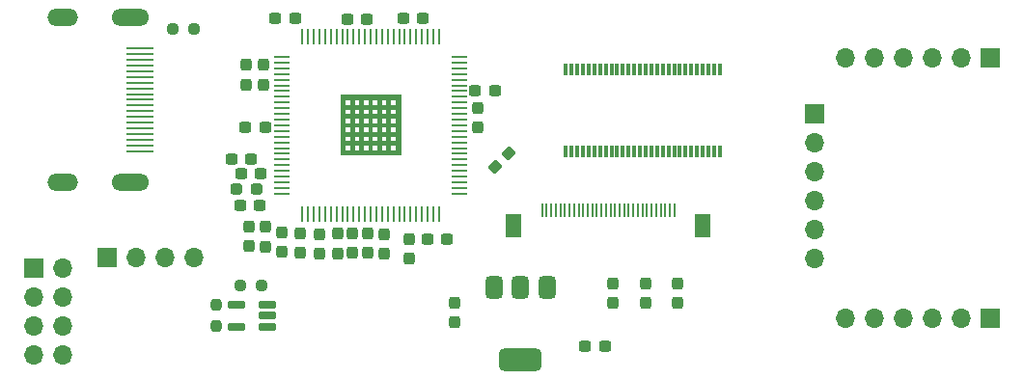
<source format=gts>
G04 #@! TF.GenerationSoftware,KiCad,Pcbnew,8.0.6*
G04 #@! TF.CreationDate,2024-12-27T23:55:02+01:00*
G04 #@! TF.ProjectId,koyomi-hdmi-lvds,6b6f796f-6d69-42d6-9864-6d692d6c7664,rev?*
G04 #@! TF.SameCoordinates,Original*
G04 #@! TF.FileFunction,Soldermask,Top*
G04 #@! TF.FilePolarity,Negative*
%FSLAX46Y46*%
G04 Gerber Fmt 4.6, Leading zero omitted, Abs format (unit mm)*
G04 Created by KiCad (PCBNEW 8.0.6) date 2024-12-27 23:55:02*
%MOMM*%
%LPD*%
G01*
G04 APERTURE LIST*
G04 Aperture macros list*
%AMRoundRect*
0 Rectangle with rounded corners*
0 $1 Rounding radius*
0 $2 $3 $4 $5 $6 $7 $8 $9 X,Y pos of 4 corners*
0 Add a 4 corners polygon primitive as box body*
4,1,4,$2,$3,$4,$5,$6,$7,$8,$9,$2,$3,0*
0 Add four circle primitives for the rounded corners*
1,1,$1+$1,$2,$3*
1,1,$1+$1,$4,$5*
1,1,$1+$1,$6,$7*
1,1,$1+$1,$8,$9*
0 Add four rect primitives between the rounded corners*
20,1,$1+$1,$2,$3,$4,$5,0*
20,1,$1+$1,$4,$5,$6,$7,0*
20,1,$1+$1,$6,$7,$8,$9,0*
20,1,$1+$1,$8,$9,$2,$3,0*%
G04 Aperture macros list end*
%ADD10C,0.000000*%
%ADD11R,1.700000X1.700000*%
%ADD12O,1.700000X1.700000*%
%ADD13RoundRect,0.237500X0.300000X0.237500X-0.300000X0.237500X-0.300000X-0.237500X0.300000X-0.237500X0*%
%ADD14O,2.400000X0.250000*%
%ADD15O,3.300000X1.500000*%
%ADD16O,2.700000X1.500000*%
%ADD17RoundRect,0.237500X-0.250000X-0.237500X0.250000X-0.237500X0.250000X0.237500X-0.250000X0.237500X0*%
%ADD18RoundRect,0.162500X0.617500X0.162500X-0.617500X0.162500X-0.617500X-0.162500X0.617500X-0.162500X0*%
%ADD19RoundRect,0.237500X-0.237500X0.300000X-0.237500X-0.300000X0.237500X-0.300000X0.237500X0.300000X0*%
%ADD20RoundRect,0.237500X-0.237500X0.250000X-0.237500X-0.250000X0.237500X-0.250000X0.237500X0.250000X0*%
%ADD21RoundRect,0.237500X0.237500X-0.287500X0.237500X0.287500X-0.237500X0.287500X-0.237500X-0.287500X0*%
%ADD22RoundRect,0.237500X0.237500X-0.300000X0.237500X0.300000X-0.237500X0.300000X-0.237500X-0.300000X0*%
%ADD23RoundRect,0.375000X-0.375000X0.625000X-0.375000X-0.625000X0.375000X-0.625000X0.375000X0.625000X0*%
%ADD24RoundRect,0.500000X-1.400000X0.500000X-1.400000X-0.500000X1.400000X-0.500000X1.400000X0.500000X0*%
%ADD25RoundRect,0.237500X-0.300000X-0.237500X0.300000X-0.237500X0.300000X0.237500X-0.300000X0.237500X0*%
%ADD26RoundRect,0.237500X0.250000X0.237500X-0.250000X0.237500X-0.250000X-0.237500X0.250000X-0.237500X0*%
%ADD27R,0.279400X1.353299*%
%ADD28R,1.353299X0.279400*%
%ADD29RoundRect,0.237500X-0.044194X-0.380070X0.380070X0.044194X0.044194X0.380070X-0.380070X-0.044194X0*%
%ADD30RoundRect,0.237500X-0.287500X-0.237500X0.287500X-0.237500X0.287500X0.237500X-0.287500X0.237500X0*%
%ADD31R,0.200000X1.200000*%
%ADD32R,1.400000X2.000000*%
%ADD33RoundRect,0.009000X-0.141000X0.491000X-0.141000X-0.491000X0.141000X-0.491000X0.141000X0.491000X0*%
G04 APERTURE END LIST*
D10*
G36*
X100459448Y-56641499D02*
G01*
X95132448Y-56641499D01*
X95132448Y-56146499D01*
X100459448Y-56146499D01*
X100459448Y-56641499D01*
G37*
G36*
X100459448Y-57428899D02*
G01*
X95132448Y-57428899D01*
X95132448Y-57041499D01*
X100459448Y-57041499D01*
X100459448Y-57428899D01*
G37*
G36*
X100459448Y-58216299D02*
G01*
X95132448Y-58216299D01*
X95132448Y-57828899D01*
X100459448Y-57828899D01*
X100459448Y-58216299D01*
G37*
G36*
X100459448Y-59003699D02*
G01*
X95132448Y-59003699D01*
X95132448Y-58616299D01*
X100459448Y-58616299D01*
X100459448Y-59003699D01*
G37*
G36*
X100459448Y-59791099D02*
G01*
X95132448Y-59791099D01*
X95132448Y-59403699D01*
X100459448Y-59403699D01*
X100459448Y-59791099D01*
G37*
G36*
X100459448Y-60578499D02*
G01*
X95132448Y-60578499D01*
X95132448Y-60191099D01*
X100459448Y-60191099D01*
X100459448Y-60578499D01*
G37*
G36*
X95627448Y-61473499D02*
G01*
X95132448Y-61473499D01*
X95132448Y-56146499D01*
X95627448Y-56146499D01*
X95627448Y-61473499D01*
G37*
G36*
X100459448Y-61473499D02*
G01*
X95132448Y-61473499D01*
X95132448Y-60978499D01*
X100459448Y-60978499D01*
X100459448Y-61473499D01*
G37*
G36*
X96414848Y-61473499D02*
G01*
X96027448Y-61473499D01*
X96027448Y-56146499D01*
X96414848Y-56146499D01*
X96414848Y-61473499D01*
G37*
G36*
X97202248Y-61473499D02*
G01*
X96814848Y-61473499D01*
X96814848Y-56146499D01*
X97202248Y-56146499D01*
X97202248Y-61473499D01*
G37*
G36*
X97989648Y-61473499D02*
G01*
X97602248Y-61473499D01*
X97602248Y-56146499D01*
X97989648Y-56146499D01*
X97989648Y-61473499D01*
G37*
G36*
X98777048Y-61473499D02*
G01*
X98389648Y-61473499D01*
X98389648Y-56146499D01*
X98777048Y-56146499D01*
X98777048Y-61473499D01*
G37*
G36*
X99564448Y-61473499D02*
G01*
X99177048Y-61473499D01*
X99177048Y-56146499D01*
X99564448Y-56146499D01*
X99564448Y-61473499D01*
G37*
G36*
X100459448Y-61473499D02*
G01*
X99964448Y-61473499D01*
X99964448Y-56146499D01*
X100459448Y-56146499D01*
X100459448Y-61473499D01*
G37*
D11*
X68270000Y-71335000D03*
D12*
X70810000Y-71335000D03*
X68270000Y-73875000D03*
X70810000Y-73875000D03*
X68270000Y-76415000D03*
X70810000Y-76415000D03*
X68270000Y-78955000D03*
X70810000Y-78955000D03*
D13*
X88162500Y-63010000D03*
X86437500Y-63010000D03*
D14*
X77550000Y-61070000D03*
X77550000Y-60570000D03*
X77550000Y-60070000D03*
X77550000Y-59570000D03*
X77550000Y-59070000D03*
X77550000Y-58570000D03*
X77550000Y-58070000D03*
X77550000Y-57570000D03*
X77550000Y-57070000D03*
X77550000Y-56570000D03*
X77550000Y-56070000D03*
X77550000Y-55570000D03*
X77550000Y-55070000D03*
X77550000Y-54570000D03*
X77550000Y-54070000D03*
X77550000Y-53570000D03*
X77550000Y-53070000D03*
X77550000Y-52570000D03*
X77550000Y-52070000D03*
D15*
X76710000Y-49320000D03*
D16*
X70750000Y-49320000D03*
D15*
X76710000Y-63820000D03*
D16*
X70750000Y-63820000D03*
D17*
X86397500Y-72907500D03*
X88222500Y-72907500D03*
D18*
X88760000Y-76470000D03*
X88760000Y-75520000D03*
X88760000Y-74570000D03*
X86060000Y-74570000D03*
X86060000Y-76470000D03*
D11*
X74670000Y-70410000D03*
D12*
X77210000Y-70410000D03*
X79750000Y-70410000D03*
X82290000Y-70410000D03*
D19*
X105170000Y-74392500D03*
X105170000Y-76117500D03*
X119020000Y-72660000D03*
X119020000Y-74385000D03*
D20*
X84250000Y-74595000D03*
X84250000Y-76420000D03*
D21*
X99000000Y-70105000D03*
X99000000Y-68355000D03*
X88590000Y-69495000D03*
X88590000Y-67745000D03*
D19*
X91582500Y-68285000D03*
X91582500Y-70010000D03*
X101180000Y-68787500D03*
X101180000Y-70512500D03*
D22*
X107230000Y-58982500D03*
X107230000Y-57257500D03*
D23*
X113250000Y-73072500D03*
X110950000Y-73072500D03*
D24*
X110950000Y-79372500D03*
D23*
X108650000Y-73072500D03*
D19*
X94940000Y-68317500D03*
X94940000Y-70042500D03*
D25*
X102769500Y-68834000D03*
X104494500Y-68834000D03*
D13*
X88050000Y-65880000D03*
X86325000Y-65880000D03*
D26*
X82272500Y-50370000D03*
X80447500Y-50370000D03*
D12*
X136770000Y-67995000D03*
X136770000Y-70535000D03*
X149610000Y-52875000D03*
D11*
X152150000Y-52875000D03*
D12*
X144530000Y-52875000D03*
X141990000Y-52875000D03*
X139450000Y-52875000D03*
X136770000Y-60375000D03*
X136770000Y-62915000D03*
X136770000Y-65455000D03*
X139450000Y-75775000D03*
X141990000Y-75775000D03*
X144530000Y-75775000D03*
X147070000Y-75775000D03*
X149610000Y-75775000D03*
D11*
X152150000Y-75775000D03*
X136770000Y-57835000D03*
D12*
X147070000Y-52875000D03*
D22*
X88392000Y-55218500D03*
X88392000Y-53493500D03*
D25*
X116607500Y-78210000D03*
X118332500Y-78210000D03*
D19*
X90040000Y-68217500D03*
X90040000Y-69942500D03*
X121880000Y-72660000D03*
X121880000Y-74385000D03*
X93330000Y-68367500D03*
X93330000Y-70092500D03*
D27*
X91795947Y-66585947D03*
X92295949Y-66585947D03*
X92795948Y-66585947D03*
X93295947Y-66585947D03*
X93795948Y-66585947D03*
X94295947Y-66585947D03*
X94795949Y-66585947D03*
X95295948Y-66585947D03*
X95795947Y-66585947D03*
X96295948Y-66585947D03*
X96795947Y-66585947D03*
X97295946Y-66585947D03*
X97795948Y-66585947D03*
X98295947Y-66585947D03*
X98795949Y-66585947D03*
X99295948Y-66585947D03*
X99795947Y-66585947D03*
X100295948Y-66585947D03*
X100795947Y-66585947D03*
X101295949Y-66585947D03*
X101795948Y-66585947D03*
X102295947Y-66585947D03*
X102795948Y-66585947D03*
X103295947Y-66585947D03*
X103795949Y-66585947D03*
D28*
X105571896Y-64810000D03*
X105571896Y-64309998D03*
X105571896Y-63809999D03*
X105571896Y-63310000D03*
X105571896Y-62809999D03*
X105571896Y-62310000D03*
X105571896Y-61809998D03*
X105571896Y-61309999D03*
X105571896Y-60810000D03*
X105571896Y-60309999D03*
X105571896Y-59810000D03*
X105571896Y-59309998D03*
X105571896Y-58809999D03*
X105571896Y-58310000D03*
X105571896Y-57809998D03*
X105571896Y-57309999D03*
X105571896Y-56809998D03*
X105571896Y-56309999D03*
X105571896Y-55810000D03*
X105571896Y-55309998D03*
X105571896Y-54809999D03*
X105571896Y-54309998D03*
X105571896Y-53809999D03*
X105571896Y-53310000D03*
X105571896Y-52809998D03*
D27*
X103795949Y-51034051D03*
X103295947Y-51034051D03*
X102795948Y-51034051D03*
X102295949Y-51034051D03*
X101795948Y-51034051D03*
X101295949Y-51034051D03*
X100795947Y-51034051D03*
X100295948Y-51034051D03*
X99795949Y-51034051D03*
X99295948Y-51034051D03*
X98795949Y-51034051D03*
X98295947Y-51034051D03*
X97795948Y-51034051D03*
X97295949Y-51034051D03*
X96795947Y-51034051D03*
X96295948Y-51034051D03*
X95795947Y-51034051D03*
X95295948Y-51034051D03*
X94795949Y-51034051D03*
X94295947Y-51034051D03*
X93795948Y-51034051D03*
X93295947Y-51034051D03*
X92795948Y-51034051D03*
X92295949Y-51034051D03*
X91795947Y-51034051D03*
D28*
X90020000Y-52809998D03*
X90020000Y-53310000D03*
X90020000Y-53809999D03*
X90020000Y-54309998D03*
X90020000Y-54809999D03*
X90020000Y-55309998D03*
X90020000Y-55810000D03*
X90020000Y-56309999D03*
X90020000Y-56809998D03*
X90020000Y-57309999D03*
X90020000Y-57809998D03*
X90020000Y-58310000D03*
X90020000Y-58809999D03*
X90020000Y-59309998D03*
X90020000Y-59810000D03*
X90020000Y-60309999D03*
X90020000Y-60810000D03*
X90020000Y-61309999D03*
X90020000Y-61809998D03*
X90020000Y-62310000D03*
X90020000Y-62809999D03*
X90020000Y-63310000D03*
X90020000Y-63809999D03*
X90020000Y-64309998D03*
X90020000Y-64810000D03*
D19*
X124730000Y-72660000D03*
X124730000Y-74385000D03*
D29*
X108690120Y-62469880D03*
X109909880Y-61250120D03*
D30*
X86055000Y-64440000D03*
X87805000Y-64440000D03*
D19*
X87110000Y-67707500D03*
X87110000Y-69432500D03*
D25*
X106977500Y-55780000D03*
X108702500Y-55780000D03*
D13*
X91172500Y-49420000D03*
X89447500Y-49420000D03*
D21*
X97540000Y-70015000D03*
X97540000Y-68265000D03*
D13*
X87292500Y-61770000D03*
X85567500Y-61770000D03*
D25*
X95758000Y-49530000D03*
X97483000Y-49530000D03*
D22*
X86870000Y-55222500D03*
X86870000Y-53497500D03*
D19*
X96210000Y-68277500D03*
X96210000Y-70002500D03*
D25*
X100637500Y-49400000D03*
X102362500Y-49400000D03*
D13*
X88542500Y-59000000D03*
X86817500Y-59000000D03*
D31*
X112840000Y-66225000D03*
X113240000Y-66225000D03*
X113640000Y-66225000D03*
X114040000Y-66225000D03*
X114440000Y-66225000D03*
X114840000Y-66225000D03*
X115240000Y-66225000D03*
X115640000Y-66225000D03*
X116040000Y-66225000D03*
X116440000Y-66225000D03*
X116840000Y-66225000D03*
X117240000Y-66225000D03*
X117640000Y-66225000D03*
X118040000Y-66225000D03*
X118440000Y-66225000D03*
X118840000Y-66225000D03*
X119240000Y-66225000D03*
X119640000Y-66225000D03*
X120040000Y-66225000D03*
X120440000Y-66225000D03*
X120840000Y-66225000D03*
X121240000Y-66225000D03*
X121640000Y-66225000D03*
X122040000Y-66225000D03*
X122440000Y-66225000D03*
X122840000Y-66225000D03*
X123240000Y-66225000D03*
X123640000Y-66225000D03*
X124040000Y-66225000D03*
X124440000Y-66225000D03*
D32*
X110340000Y-67595000D03*
X126940000Y-67595000D03*
D33*
X128420000Y-53880000D03*
X127920000Y-53880000D03*
X127420000Y-53880000D03*
X126920000Y-53880000D03*
X126420000Y-53880000D03*
X125920000Y-53880000D03*
X125420000Y-53880000D03*
X124920000Y-53880000D03*
X124420000Y-53880000D03*
X123920000Y-53880000D03*
X123420000Y-53880000D03*
X122920000Y-53880000D03*
X122420000Y-53880000D03*
X121920000Y-53880000D03*
X121420000Y-53880000D03*
X120920000Y-53880000D03*
X120420000Y-53880000D03*
X119920000Y-53880000D03*
X119420000Y-53880000D03*
X118920000Y-53880000D03*
X118420000Y-53880000D03*
X117920000Y-53880000D03*
X117420000Y-53880000D03*
X116920000Y-53880000D03*
X116420000Y-53880000D03*
X115920000Y-53880000D03*
X115420000Y-53880000D03*
X114920000Y-53880000D03*
X114920000Y-61140000D03*
X115420000Y-61140000D03*
X115920000Y-61140000D03*
X116420000Y-61140000D03*
X116920000Y-61140000D03*
X117420000Y-61140000D03*
X117920000Y-61140000D03*
X118420000Y-61140000D03*
X118920000Y-61140000D03*
X119420000Y-61140000D03*
X119920000Y-61140000D03*
X120420000Y-61140000D03*
X120920000Y-61140000D03*
X121420000Y-61140000D03*
X121920000Y-61140000D03*
X122420000Y-61140000D03*
X122920000Y-61140000D03*
X123420000Y-61140000D03*
X123920000Y-61140000D03*
X124420000Y-61140000D03*
X124920000Y-61140000D03*
X125420000Y-61140000D03*
X125920000Y-61140000D03*
X126420000Y-61140000D03*
X126920000Y-61140000D03*
X127420000Y-61140000D03*
X127920000Y-61140000D03*
X128420000Y-61140000D03*
M02*

</source>
